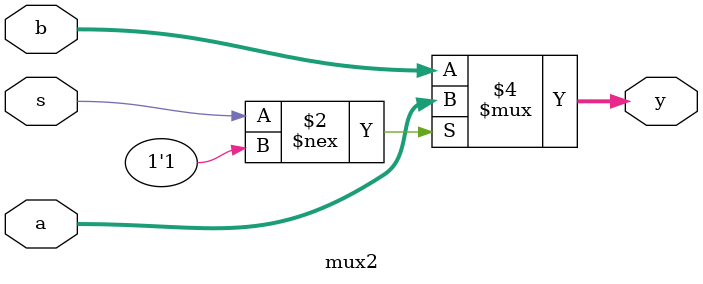
<source format=v>
`timescale 1ns / 1ps


module mux2 #(parameter N=32) (
    input wire [N-1:0] a,
    input wire [N-1:0] b,
    input wire s,
    output reg [N-1:0] y
    );
    always @(*) begin
    	if (s !== 1) y <= a;
    	else y <= b;
    end
endmodule



</source>
